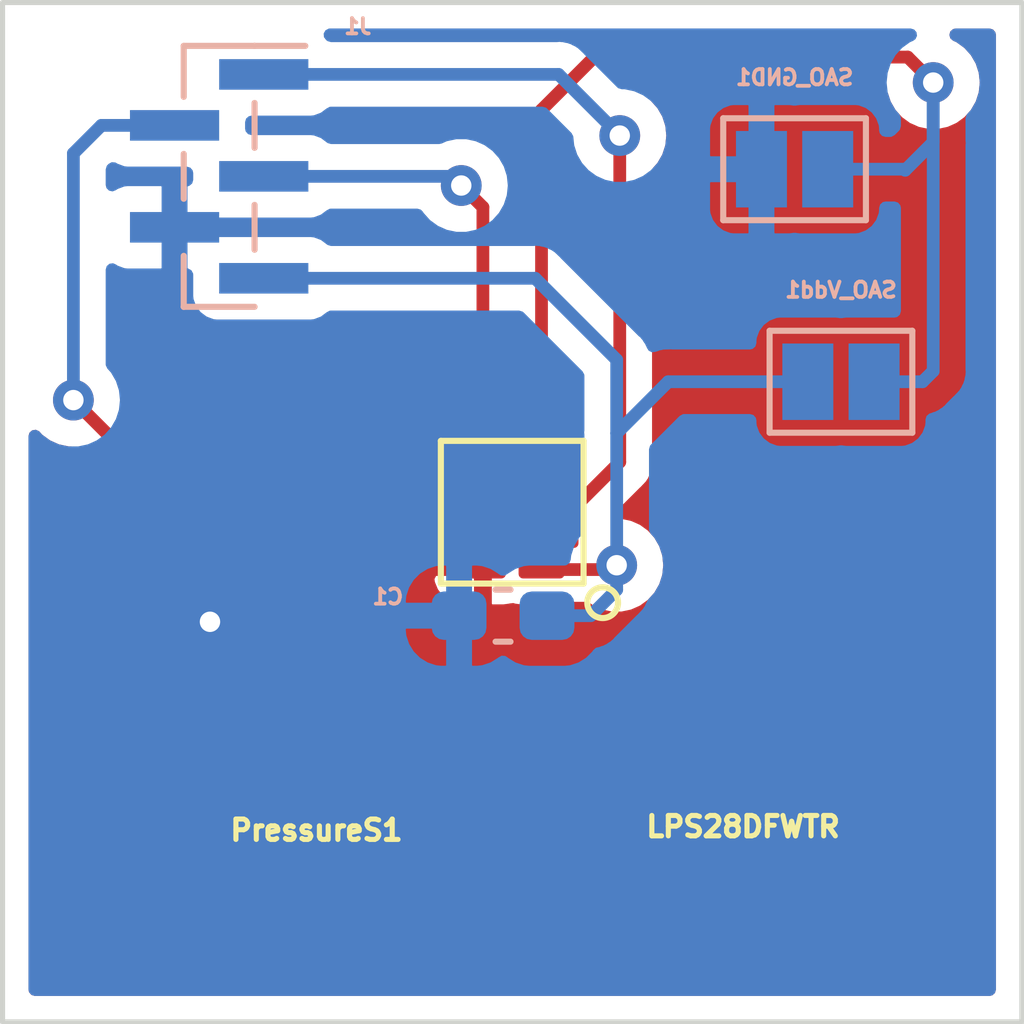
<source format=kicad_pcb>
(kicad_pcb (version 20211014) (generator pcbnew)
  (layers (0 "F.Cu" signal) (31 "B.Cu" signal) (34 "B.Paste" user) (35 "F.Paste" user) (36 "B.SilkS" user "B.Silkscreen") (37 "F.SilkS" user "F.Silkscreen") (38 "B.Mask" user) (39 "F.Mask" user) (44 "Edge.Cuts" user))
  (net 0 "")
  (net 1 "Vdd")
  (net 2 "GND")
  (net 3 "SA0")
  (net 4 "SCL")
  (net 5 "SDA")
  (net 6 "INT")
  (footprint "Sensor_Pressure:LPS28DFWTR" (layer "F.Cu") (at 130 130)
    (fp_text reference "PressureS1" (at -3.84 6.24 unlocked) (layer "F.SilkS") (effects (font (size 0.4 0.4) (thickness 0.1))))
    (fp_text value "LPS28DFWTR" (at 4.53 6.17 unlocked) (layer "F.SilkS") (effects (font (size 0.4 0.4) (thickness 0.1))))
    (fp_line (start -1.4 1.4) (end -1.4 -1.4) (layer "F.SilkS") (width 0.12))
    (fp_line (start -1.4 -1.4) (end 1.4 -1.4) (layer "F.SilkS") (width 0.12))
    (fp_line (start -1.4 1.4) (end 1.4 1.4) (layer "F.SilkS") (width 0.12))
    (fp_line (start 1.4 1.4) (end 1.4 -1.4) (layer "F.SilkS") (width 0.12))
    (fp_circle (center 1.775 1.775) (end 2.05 1.9) (layer "F.SilkS") (width 0.12) (fill none))
    (pad "1" smd roundrect (at 1.125 0) (size 0.35 1.4) (layers "F.Cu" "F.Paste" "F.Mask") (net 5 "SDA"))
    (pad "2" smd roundrect (at 0.575 -1.125) (size 0.9 0.35) (layers "F.Cu" "F.Paste" "F.Mask") (net 3 "SA0"))
    (pad "3" smd roundrect (at -0.575 -1.125) (size 0.9 0.35) (layers "F.Cu" "F.Paste" "F.Mask") (net 4 "SCL"))
    (pad "4" smd roundrect (at -1.125 0) (size 0.35 1.4) (layers "F.Cu" "F.Paste" "F.Mask") (net 6 "INT"))
    (pad "5" smd roundrect (at -0.575 1.125) (size 0.9 0.35) (layers "F.Cu" "F.Paste" "F.Mask") (net 2 "GND"))
    (pad "6" smd roundrect (at 0.575 1.125) (size 0.9 0.35) (layers "F.Cu" "F.Paste" "F.Mask") (net 1 "Vdd"))
    (pad "7" smd roundrect (at 0 0) (size 0.9 0.9) (layers "F.Cu" "F.Paste" "F.Mask") (net 2 "GND"))
  )
  (footprint "Connector_PinHeader_1.00mm:PinHeader_1x05_P1.00mm_Vertical_SMD_Pin1Left" (layer "B.Cu") (at 124.25 123.41 180)
    (fp_text reference "J1" (at -2.72 2.94) (layer "B.SilkS") (effects (font (size 0.3 0.3) (thickness 0.075)) (justify mirror)))
    (fp_text value "Conn_01x05_Male")
    (fp_line (start 0.695 -1.56) (end 0.695 -2.56) (layer "B.SilkS") (width 0.12))
    (fp_line (start -0.695 2.56) (end -0.695 2.56) (layer "B.SilkS") (width 0.12))
    (fp_line (start 0.695 2.56) (end 0.695 1.56) (layer "B.SilkS") (width 0.12))
    (fp_line (start 0.695 -2.56) (end 0.695 -2.56) (layer "B.SilkS") (width 0.12))
    (fp_line (start -0.695 -2.56) (end 0.695 -2.56) (layer "B.SilkS") (width 0.12))
    (fp_line (start -0.695 2.56) (end -1.69 2.56) (layer "B.SilkS") (width 0.12))
    (fp_line (start 0.695 0.44) (end 0.695 -0.44) (layer "B.SilkS") (width 0.12))
    (fp_line (start -0.695 1.44) (end -0.695 0.56) (layer "B.SilkS") (width 0.12))
    (fp_line (start -0.695 2.56) (end 0.695 2.56) (layer "B.SilkS") (width 0.12))
    (fp_line (start -0.695 -0.56) (end -0.695 -1.44) (layer "B.SilkS") (width 0.12))
    (pad "1" smd rect (at -0.875 2 180) (size 1.75 0.6) (layers "B.Cu" "B.Paste" "B.Mask") (net 5 "SDA"))
    (pad "2" smd rect (at 0.875 1 180) (size 1.75 0.6) (layers "B.Cu" "B.Paste" "B.Mask") (net 6 "INT"))
    (pad "3" smd rect (at -0.875 0 180) (size 1.75 0.6) (layers "B.Cu" "B.Paste" "B.Mask") (net 4 "SCL"))
    (pad "4" smd rect (at 0.875 -1 180) (size 1.75 0.6) (layers "B.Cu" "B.Paste" "B.Mask") (net 2 "GND"))
    (pad "5" smd rect (at -0.875 -2 180) (size 1.75 0.6) (layers "B.Cu" "B.Paste" "B.Mask") (net 1 "Vdd"))
  )
  (footprint "Capacitor_SMD:C_0603_1608Metric_Pad1.08x0.95mm_HandSolder" (layer "B.Cu") (at 129.82 132.03 180)
    (fp_text reference "C1" (at 2.26 0.37) (layer "B.SilkS") (effects (font (size 0.3 0.3) (thickness 0.075)) (justify mirror)))
    (fp_text value "100n")
    (fp_line (start -0.146267 -0.51) (end 0.146267 -0.51) (layer "B.SilkS") (width 0.12))
    (fp_line (start -0.146267 0.51) (end 0.146267 0.51) (layer "B.SilkS") (width 0.12))
    (pad "1" smd roundrect (at -0.8625 0 180) (size 1.075 0.95) (layers "B.Cu" "B.Paste" "B.Mask") (net 1 "Vdd"))
    (pad "2" smd roundrect (at 0.8625 0 180) (size 1.075 0.95) (layers "B.Cu" "B.Paste" "B.Mask") (net 2 "GND"))
  )
  (footprint "Jumper:SolderJumper-2_P1.3mm_Open_Pad1.0x1.5mm" (layer "B.Cu") (at 135.54 123.27 180)
    (fp_text reference "SAO_GND1" (at 0 1.8) (layer "B.SilkS") (effects (font (size 0.3 0.3) (thickness 0.075)) (justify mirror)))
    (fp_text value "SolderJumper_2_Open")
    (fp_line (start -1.4 -1) (end -1.4 1) (layer "B.SilkS") (width 0.12))
    (fp_line (start 1.4 -1) (end -1.4 -1) (layer "B.SilkS") (width 0.12))
    (fp_line (start 1.4 1) (end 1.4 -1) (layer "B.SilkS") (width 0.12))
    (fp_line (start -1.4 1) (end 1.4 1) (layer "B.SilkS") (width 0.12))
    (pad "1" smd rect (at -0.65 0 180) (size 1 1.5) (layers "B.Cu" "B.Mask") (net 3 "SA0"))
    (pad "2" smd rect (at 0.65 0 180) (size 1 1.5) (layers "B.Cu" "B.Mask") (net 2 "GND"))
  )
  (footprint "Jumper:SolderJumper-2_P1.3mm_Open_Pad1.0x1.5mm" (layer "B.Cu") (at 136.45 127.44 180)
    (fp_text reference "SAO_Vdd1" (at 0 1.8) (layer "B.SilkS") (effects (font (size 0.3 0.3) (thickness 0.075)) (justify mirror)))
    (fp_text value "SolderJumper_2_Open")
    (fp_line (start -1.4 -1) (end -1.4 1) (layer "B.SilkS") (width 0.12))
    (fp_line (start 1.4 -1) (end -1.4 -1) (layer "B.SilkS") (width 0.12))
    (fp_line (start 1.4 1) (end 1.4 -1) (layer "B.SilkS") (width 0.12))
    (fp_line (start -1.4 1) (end 1.4 1) (layer "B.SilkS") (width 0.12))
    (pad "1" smd rect (at -0.65 0 180) (size 1 1.5) (layers "B.Cu" "B.Mask") (net 3 "SA0"))
    (pad "2" smd rect (at 0.65 0 180) (size 1 1.5) (layers "B.Cu" "B.Mask") (net 1 "Vdd"))
  )
  (gr_line (start 120 140) (end 120 120) (layer "Edge.Cuts") (width 0.1))
  (gr_line (start 140 140) (end 140 120) (layer "Edge.Cuts") (width 0.1))
  (gr_line (start 120 140) (end 140 140) (layer "Edge.Cuts") (width 0.1))
  (gr_line (start 140 120) (end 120 120) (layer "Edge.Cuts") (width 0.1))
  (segment (start 130.575 131.125) (end 131.965 131.125) (width 0.25) (layer "F.Cu") (net 1))
  (segment (start 131.965 131.125) (end 132.05 131.04) (width 0.25) (layer "F.Cu") (net 1))
  (via (at 132.05 131.04) (size 0.8) (drill 0.4) (layers "F.Cu" "B.Cu") (net 1))
  (segment (start 133.06 127.44) (end 135.8 127.44) (width 0.25) (layer "B.Cu") (net 1))
  (segment (start 131.54 132.03) (end 130.6825 132.03) (width 0.25) (layer "B.Cu") (net 1))
  (segment (start 132.05 131.52) (end 131.54 132.03) (width 0.25) (layer "B.Cu") (net 1))
  (segment (start 132.05 128.45) (end 132.05 127.01) (width 0.25) (layer "B.Cu") (net 1))
  (segment (start 132.05 127.01) (end 130.45 125.41) (width 0.25) (layer "B.Cu") (net 1))
  (segment (start 132.05 131.04) (end 132.05 128.45) (width 0.25) (layer "B.Cu") (net 1))
  (segment (start 130.45 125.41) (end 125.125 125.41) (width 0.25) (layer "B.Cu") (net 1))
  (segment (start 132.05 128.45) (end 133.06 127.44) (width 0.25) (layer "B.Cu") (net 1))
  (segment (start 132.05 131.04) (end 132.05 131.52) (width 0.25) (layer "B.Cu") (net 1))
  (segment (start 130 130) (end 130 130.55) (width 0.25) (layer "F.Cu") (net 2))
  (segment (start 129.425 131.125) (end 125.095 131.125) (width 0.25) (layer "F.Cu") (net 2))
  (segment (start 125.095 131.125) (end 124.07 132.15) (width 0.25) (layer "F.Cu") (net 2))
  (segment (start 130 130.55) (end 129.425 131.125) (width 0.25) (layer "F.Cu") (net 2))
  (via (at 124.07 132.15) (size 0.8) (drill 0.4) (layers "F.Cu" "B.Cu") (net 2))
  (segment (start 131.61 121.07) (end 137.76 121.07) (width 0.25) (layer "F.Cu") (net 3))
  (segment (start 130.575 128.875) (end 130.575 122.105) (width 0.25) (layer "F.Cu") (net 3))
  (segment (start 130.575 122.105) (end 131.61 121.07) (width 0.25) (layer "F.Cu") (net 3))
  (segment (start 137.76 121.07) (end 138.26 121.57) (width 0.25) (layer "F.Cu") (net 3))
  (via (at 138.26 121.57) (size 0.8) (drill 0.4) (layers "F.Cu" "B.Cu") (net 3))
  (segment (start 138.26 121.57) (end 138.26 127.23) (width 0.25) (layer "B.Cu") (net 3))
  (segment (start 137.71 123.29) (end 137.69 123.27) (width 0.25) (layer "B.Cu") (net 3))
  (segment (start 138.26 127.23) (end 138.05 127.44) (width 0.25) (layer "B.Cu") (net 3))
  (segment (start 138.05 127.44) (end 137.1 127.44) (width 0.25) (layer "B.Cu") (net 3))
  (segment (start 137.69 123.27) (end 136.19 123.27) (width 0.25) (layer "B.Cu") (net 3))
  (segment (start 138.26 122.74) (end 137.71 123.29) (width 0.25) (layer "B.Cu") (net 3))
  (segment (start 138.26 121.57) (end 138.26 122.74) (width 0.25) (layer "B.Cu") (net 3))
  (segment (start 129.425 128.875) (end 129.425 124.015) (width 0.25) (layer "F.Cu") (net 4))
  (segment (start 129.425 124.015) (end 129 123.59) (width 0.25) (layer "F.Cu") (net 4))
  (via (at 129 123.59) (size 0.8) (drill 0.4) (layers "F.Cu" "B.Cu") (net 4))
  (segment (start 129 123.59) (end 128.82 123.41) (width 0.25) (layer "B.Cu") (net 4))
  (segment (start 128.82 123.41) (end 125.125 123.41) (width 0.25) (layer "B.Cu") (net 4))
  (segment (start 131.125 130) (end 132.11 129.015) (width 0.25) (layer "F.Cu") (net 5))
  (segment (start 132.11 129.015) (end 132.11 122.61) (width 0.25) (layer "F.Cu") (net 5))
  (via (at 132.11 122.61) (size 0.8) (drill 0.4) (layers "F.Cu" "B.Cu") (net 5))
  (segment (start 130.91 121.41) (end 125.125 121.41) (width 0.25) (layer "B.Cu") (net 5))
  (segment (start 132.11 122.61) (end 130.91 121.41) (width 0.25) (layer "B.Cu") (net 5))
  (segment (start 128.875 130) (end 123.59 130) (width 0.25) (layer "F.Cu") (net 6))
  (segment (start 123.59 130) (end 121.39 127.8) (width 0.25) (layer "F.Cu") (net 6))
  (via (at 121.39 127.8) (size 0.8) (drill 0.4) (layers "F.Cu" "B.Cu") (net 6))
  (segment (start 121.39 122.96) (end 121.94 122.41) (width 0.25) (layer "B.Cu") (net 6))
  (segment (start 121.94 122.41) (end 123.375 122.41) (width 0.25) (layer "B.Cu") (net 6))
  (segment (start 121.39 127.8) (end 121.39 122.96) (width 0.25) (layer "B.Cu") (net 6))
  (zone (net 2) (net_name "GND") (layers F&B.Cu) (connect_pads (clearance 0.508)) (min_thickness 0.254) (fill yes (thermal_gap 0.508) (thermal_bridge_width 0.508))
    (polygon (pts (xy 139.95 139.95) (xy 120.05 139.95) (xy 120.05 120.05) (xy 139.95 120.05)))
  )
)
</source>
